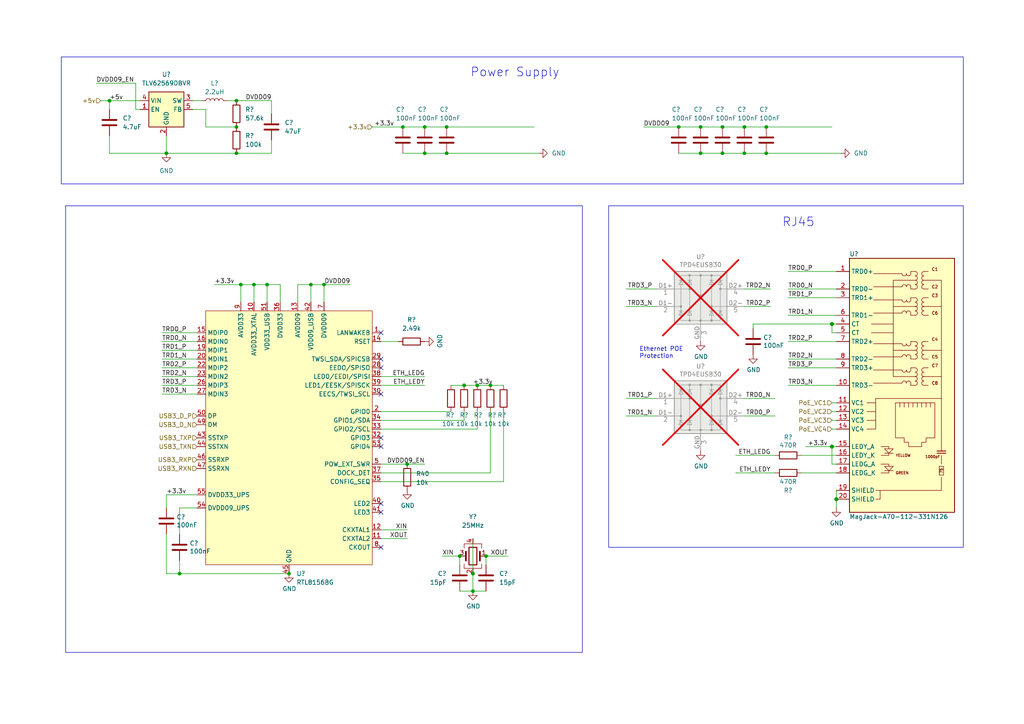
<source format=kicad_sch>
(kicad_sch (version 20250114) (generator "eeschema") (generator_version "9.0")
  (paper "A4")
  (title_block (title "Router Pi - 2.5GB Ethernet"))
  (lib_symbols
    (symbol "CM5IO:MagJack-A70-112-331N126"
      (property "Reference" "U" (at 0 0 0))
      (property "Value" "MagJack-A70-112-331N126" (at 0 0 0))
      (symbol "MagJack-A70-112-331N126_1_1"
        (text "YELLOW" (at -4.445 17.78 0) (effects (font (size 0.762 0.762)) (justify left)))
        (text "GREEN" (at -4.445 12.7 0) (effects (font (size 0.762 0.762)) (justify left)))
        (text "1000pF" (at 6.35 17.399 0) (effects (font (size 0.762 0.762))))
        (text "C1" (at 6.985 71.755 0) (effects (font (size 0.889 0.889))))
        (text "C2" (at 6.985 66.675 0) (effects (font (size 0.889 0.889))))
        (text "C3" (at 6.985 64.135 0) (effects (font (size 0.889 0.889))))
        (text "C6" (at 6.985 59.055 0) (effects (font (size 0.889 0.889))))
        (text "C4" (at 6.985 51.435 0) (effects (font (size 0.889 0.889))))
        (text "C5" (at 6.985 46.355 0) (effects (font (size 0.889 0.889))))
        (text "C7" (at 6.985 43.815 0) (effects (font (size 0.889 0.889))))
        (text "C8" (at 6.985 38.735 0) (effects (font (size 0.889 0.889))))
        (text "75" (at 8.89 13.335 900) (effects (font (size 0.762 0.762))))
        (pin passive line (at -21.59 71.12 0) (length 3.81) (name "TRD0+") (number "1"))
        (pin passive line (at -21.59 66.04 0) (length 3.81) (name "TRD0-") (number "2"))
        (pin passive line (at -21.59 63.5 0) (length 3.81) (name "TRD1+") (number "3"))
        (pin passive line (at -21.59 58.42 0) (length 3.81) (name "TRD1-") (number "6"))
        (pin passive line (at -21.59 55.88 0) (length 3.81) (name "CT") (number "4"))
        (pin passive line (at -21.59 53.34 0) (length 3.81) (name "CT") (number "5"))
        (pin passive line (at -21.59 50.8 0) (length 3.81) (name "TRD2+") (number "7"))
        (pin passive line (at -21.59 45.72 0) (length 3.81) (name "TRD2-") (number "8"))
        (pin passive line (at -21.59 43.18 0) (length 3.81) (name "TRD3+") (number "9"))
        (pin passive line (at -21.59 38.1 0) (length 3.81) (name "TRD3-") (number "10"))
        (pin passive line (at -21.59 33.02 0) (length 3.81) (name "VC1") (number "11"))
        (pin passive line (at -21.59 30.48 0) (length 3.81) (name "VC2") (number "12"))
        (pin passive line (at -21.59 27.94 0) (length 3.81) (name "VC3") (number "13"))
        (pin passive line (at -21.59 25.4 0) (length 3.81) (name "VC4") (number "14"))
        (pin passive line (at -21.59 20.32 0) (length 3.81) (name "LEDY_A") (number "15"))
        (pin passive line (at -21.59 17.78 0) (length 3.81) (name "LEDY_K") (number "16"))
        (pin passive line (at -21.59 15.24 0) (length 3.81) (name "LEDG_A") (number "17"))
        (pin passive line (at -21.59 12.7 0) (length 3.81) (name "LEDG_K") (number "18"))
        (pin passive line (at -21.59 7.62 0) (length 3.81) (name "SHIELD") (number "19"))
        (pin passive line (at -21.59 5.08 0) (length 3.81) (name "SHIELD") (number "20"))
      )
    )
    (symbol "CM5IO:TPD4EUSB30" (pin_names (offset 0))
      (property "Reference" "U" (at -0.635 8.89 0))
      (property "Value" "TPD4EUSB30" (at 8.89 -10.16 0))
      (symbol "TPD4EUSB30_1_1"
        (pin passive line (at -12.7 2.54 0) (length 5.08) (name "D1+") (number "1"))
        (pin passive line (at -12.7 2.54 0) (length 5.08) (hide yes) (name "~") (number "10"))
        (pin passive line (at -12.7 -2.54 0) (length 5.08) (name "D1-") (number "2"))
        (pin passive line (at -12.7 -2.54 0) (length 5.08) (hide yes) (name "~") (number "9"))
        (pin power_in line (at 0 -12.7 90) (length 5.08) (name "GND") (number "3"))
        (pin passive line (at 0 -12.7 90) (length 5.08) (hide yes) (name "GND") (number "8"))
        (pin passive line (at 12.7 2.54 180) (length 5.08) (name "D2+") (number "4"))
        (pin passive line (at 12.7 2.54 180) (length 5.08) (hide yes) (name "~") (number "7"))
        (pin passive line (at 12.7 -2.54 180) (length 5.08) (name "D2-") (number "5"))
        (pin passive line (at 12.7 -2.54 180) (length 5.08) (hide yes) (name "~") (number "6"))
      )
    )
    (symbol "Device:C" (pin_numbers (hide yes)) (pin_names (offset 0.254))
      (property "Reference" "C" (at 0.635 2.54 0))
      (property "Value" "C" (at 0.635 -2.54 0))
      (symbol "C_1_1"
        (pin passive line (at 0 3.81 270) (length 2.794) (name "~") (number "1"))
        (pin passive line (at 0 -3.81 90) (length 2.794) (name "~") (number "2"))
      )
    )
    (symbol "Device:Crystal_GND24" (pin_names (offset 1.016) (hide yes))
      (property "Reference" "Y" (at 3.175 5.08 0))
      (property "Value" "Crystal_GND24" (at 3.175 3.175 0))
      (symbol "Crystal_GND24_1_1"
        (pin passive line (at -3.81 0 0) (length 1.27) (name "1") (number "1"))
        (pin passive line (at 0 5.08 270) (length 1.27) (name "2") (number "2"))
        (pin passive line (at 0 -5.08 90) (length 1.27) (name "4") (number "4"))
        (pin passive line (at 3.81 0 180) (length 1.27) (name "3") (number "3"))
      )
    )
    (symbol "Device:L" (pin_numbers (hide yes)) (pin_names (offset 1.016) (hide yes))
      (property "Reference" "L" (at -1.27 0 90))
      (property "Value" "L" (at 1.905 0 90))
      (symbol "L_1_1"
        (pin passive line (at 0 3.81 270) (length 1.27) (name "1") (number "1"))
        (pin passive line (at 0 -3.81 90) (length 1.27) (name "2") (number "2"))
      )
    )
    (symbol "Device:R" (pin_numbers (hide yes)) (pin_names (offset 0))
      (property "Reference" "R" (at 2.032 0 90))
      (property "Value" "R" (at 0 0 90))
      (symbol "R_1_1"
        (pin passive line (at 0 3.81 270) (length 1.27) (name "~") (number "1"))
        (pin passive line (at 0 -3.81 90) (length 1.27) (name "~") (number "2"))
      )
    )
    (symbol "ROUTER-PI:RTL8156B"
      (property "Reference" "U" (at 0 0 0))
      (property "Value" "RTL8156BG" (at 0 0 0))
      (symbol "RTL8156B_1_1"
        (pin bidirectional line (at -26.67 30.48 0) (length 2.54) (name "MDIP0") (number "15"))
        (pin bidirectional line (at -26.67 27.94 0) (length 2.54) (name "MDIN0") (number "16"))
        (pin bidirectional line (at -26.67 25.4 0) (length 2.54) (name "MDIP1") (number "19"))
        (pin bidirectional line (at -26.67 22.86 0) (length 2.54) (name "MDIN1") (number "20"))
        (pin bidirectional line (at -26.67 20.32 0) (length 2.54) (name "MDIP2") (number "22"))
        (pin bidirectional line (at -26.67 17.78 0) (length 2.54) (name "MDIN2") (number "23"))
        (pin bidirectional line (at -26.67 15.24 0) (length 2.54) (name "MDIP3") (number "26"))
        (pin bidirectional line (at -26.67 12.7 0) (length 2.54) (name "MDIN3") (number "27"))
        (pin bidirectional line (at -26.67 6.35 0) (length 2.54) (name "DP") (number "50"))
        (pin bidirectional line (at -26.67 3.81 0) (length 2.54) (name "DM") (number "49"))
        (pin output line (at -26.67 0 0) (length 2.54) (name "SSTXP") (number "43"))
        (pin output line (at -26.67 -2.54 0) (length 2.54) (name "SSTXN") (number "44"))
        (pin output line (at -26.67 -6.35 0) (length 2.54) (name "SSRXP") (number "46"))
        (pin output line (at -26.67 -8.89 0) (length 2.54) (name "SSRXN") (number "47"))
        (pin input line (at -26.67 -16.51 0) (length 2.54) (name "DVDD33_UPS") (number "55"))
        (pin output line (at -26.67 -20.32 0) (length 2.54) (name "DVDD09_UPS") (number "54"))
        (pin no_connect line (at -26.67 -26.67 0) (length 2.54) (hide yes) (name "NC") (number "3"))
        (pin no_connect line (at -26.67 -26.67 0) (length 2.54) (hide yes) (name "NC") (number "4"))
        (pin no_connect line (at -26.67 -26.67 0) (length 2.54) (hide yes) (name "NC") (number "6"))
        (pin input line (at -13.97 39.37 270) (length 2.54) (hide yes) (name "AVDD33") (number "17"))
        (pin input line (at -13.97 39.37 270) (length 2.54) (hide yes) (name "AVDD33") (number "21"))
        (pin input line (at -13.97 39.37 270) (length 2.54) (hide yes) (name "AVDD33") (number "25"))
        (pin input line (at -13.97 39.37 270) (length 2.54) (name "AVDD33") (number "9"))
        (pin input line (at -10.16 39.37 270) (length 2.54) (name "AVDD33_XTAL") (number "10"))
        (pin input line (at -6.35 39.37 270) (length 2.54) (name "VDD33_USB") (number "51"))
        (pin input line (at -2.54 39.37 270) (length 2.54) (name "DVDD33") (number "36"))
        (pin input line (at 0 -39.37 90) (length 2.54) (name "GND") (number "45"))
        (pin input line (at 0 -39.37 90) (length 2.54) (hide yes) (name "GND") (number "48"))
        (pin input line (at 0 -39.37 90) (length 2.54) (hide yes) (name "GND") (number "57"))
        (pin input line (at 2.54 39.37 270) (length 2.54) (name "AVDD09") (number "13"))
        (pin input line (at 2.54 39.37 270) (length 2.54) (hide yes) (name "AVDD09") (number "18"))
        (pin input line (at 2.54 39.37 270) (length 2.54) (hide yes) (name "AVDD09") (number "24"))
        (pin input line (at 6.35 39.37 270) (length 2.54) (name "VDD09_USB") (number "42"))
        (pin input line (at 6.35 39.37 270) (length 2.54) (hide yes) (name "VDD09_USB") (number "52"))
        (pin input line (at 10.16 39.37 270) (length 2.54) (hide yes) (name "DVDD09") (number "31"))
        (pin input line (at 10.16 39.37 270) (length 2.54) (hide yes) (name "DVDD09") (number "56"))
        (pin input line (at 10.16 39.37 270) (length 2.54) (name "DVDD09") (number "7"))
        (pin open_collector line (at 26.67 30.48 180) (length 2.54) (name "LANWAKEB") (number "1"))
        (pin input line (at 26.67 27.94 180) (length 2.54) (name "RSET") (number "14"))
        (pin bidirectional line (at 26.67 22.86 180) (length 2.54) (name "TWSI_SDA/SPICSB") (number "29"))
        (pin bidirectional line (at 26.67 20.32 180) (length 2.54) (name "EEDO/SPISO") (number "28"))
        (pin bidirectional line (at 26.67 17.78 180) (length 2.54) (name "LED0/EEDI/SPISI") (number "38"))
        (pin bidirectional line (at 26.67 15.24 180) (length 2.54) (name "LED1/EESK/SPISCK") (number "39"))
        (pin bidirectional line (at 26.67 12.7 180) (length 2.54) (name "EECS/TWSI_SCL") (number "30"))
        (pin bidirectional line (at 26.67 7.62 180) (length 2.54) (name "GPIO0") (number "2"))
        (pin bidirectional line (at 26.67 5.08 180) (length 2.54) (name "GPIO1/SDA") (number "34"))
        (pin bidirectional line (at 26.67 2.54 180) (length 2.54) (name "GPIO2/SCL") (number "33"))
        (pin bidirectional line (at 26.67 0 180) (length 2.54) (name "GPIO3") (number "32"))
        (pin bidirectional line (at 26.67 -2.54 180) (length 2.54) (name "GPIO4") (number "53"))
        (pin output line (at 26.67 -7.62 180) (length 2.54) (name "POW_EXT_SWR") (number "5"))
        (pin input line (at 26.67 -10.16 180) (length 2.54) (name "DOCK_DET") (number "37"))
        (pin input line (at 26.67 -12.7 180) (length 2.54) (name "CONFIG_SEQ") (number "35"))
        (pin output line (at 26.67 -19.05 180) (length 2.54) (name "LED2") (number "40"))
        (pin output line (at 26.67 -21.59 180) (length 2.54) (name "LED3") (number "41"))
        (pin input line (at 26.67 -26.67 180) (length 2.54) (name "CKXTAL1") (number "12"))
        (pin input line (at 26.67 -29.21 180) (length 2.54) (name "CKXTAL2") (number "11"))
        (pin output line (at 26.67 -31.75 180) (length 2.54) (name "CKOUT") (number "8"))
      )
    )
    (symbol "Regulator_Switching:TLV62569DBV"
      (property "Reference" "U" (at -5.08 6.35 0))
      (property "Value" "TLV62569DBV" (at 0 6.35 0))
      (symbol "TLV62569DBV_1_1"
        (pin power_in line (at -7.62 2.54 0) (length 2.54) (name "VIN") (number "4"))
        (pin input line (at -7.62 0 0) (length 2.54) (name "EN") (number "1"))
        (pin power_in line (at 0 -7.62 90) (length 2.54) (name "GND") (number "2"))
        (pin power_out line (at 7.62 2.54 180) (length 2.54) (name "SW") (number "3"))
        (pin input line (at 7.62 0 180) (length 2.54) (name "FB") (number "5"))
      )
    )
    (symbol "power:GND" (power) (pin_numbers (hide yes)) (pin_names (offset 0) (hide yes))
      (property "Value" "GND" (at 0 -3.81 0))
      (symbol "GND_1_1"
        (pin power_in line (at 0 0 270) (length 0) (name "~") (number "1"))
      )
    )
  )
  (rectangle (start 17.78 16.51) (end 279.4 53.34))
  (rectangle (start 19.05 59.69) (end 168.91 189.23))
  (rectangle (start 176.53 59.69) (end 279.4 158.75))
  (text "Power Supply" (at 149.352 21.082 0) (effects (font (size 2.54 2.54))))
  (text "Ethernet POE\nProtection" (at 185.42 104.14 0) (effects (font (size 1.27 1.27)) (justify left bottom)))
  (text "RJ45" (at 226.822 66.04 0) (effects (font (size 2.54 2.54)) (justify left bottom)))
  (junction (at 118.11 134.62))
  (junction (at 123.19 44.45))
  (junction (at 142.24 111.76))
  (junction (at 83.82 166.37))
  (junction (at 116.84 36.83))
  (junction (at 138.43 111.76))
  (junction (at 222.25 44.45))
  (junction (at 73.66 82.55))
  (junction (at 129.54 36.83))
  (junction (at 134.62 111.76))
  (junction (at 196.85 36.83))
  (junction (at 222.25 36.83))
  (junction (at 77.47 82.55))
  (junction (at 93.98 82.55))
  (junction (at 68.58 44.45))
  (junction (at 140.97 161.29))
  (junction (at 31.75 29.21))
  (junction (at 137.16 166.37))
  (junction (at 52.07 166.37))
  (junction (at 68.58 36.83))
  (junction (at 242.57 144.78) (diameter 1.016))
  (junction (at 137.16 171.45))
  (junction (at 241.3 93.98) (diameter 1.016))
  (junction (at 133.35 161.29))
  (junction (at 68.58 29.21))
  (junction (at 90.17 82.55))
  (junction (at 123.19 36.83))
  (junction (at 48.26 44.45))
  (junction (at 209.55 36.83))
  (junction (at 69.85 82.55))
  (junction (at 203.2 36.83))
  (junction (at 241.3 129.54) (diameter 1.016))
  (junction (at 203.2 44.45))
  (junction (at 129.54 44.45))
  (junction (at 209.55 44.45))
  (junction (at 215.9 44.45))
  (junction (at 215.9 36.83))
  (no_connect (at 110.49 129.54))
  (no_connect (at 110.49 104.14))
  (no_connect (at 110.49 127))
  (no_connect (at 110.49 148.59))
  (no_connect (at 110.49 114.3))
  (no_connect (at 110.49 146.05))
  (no_connect (at 110.49 158.75))
  (no_connect (at 110.49 106.68))
  (no_connect (at 110.49 96.52))
  (wire (pts (xy 52.07 154.94) (xy 52.07 147.32)))
  (wire (pts (xy 215.9 120.65) (xy 224.79 120.65)))
  (wire (pts (xy 203.2 44.45) (xy 209.55 44.45)))
  (wire (pts (xy 52.07 162.56) (xy 52.07 166.37)))
  (wire (pts (xy 78.74 44.45) (xy 68.58 44.45)))
  (wire (pts (xy 137.16 166.37) (xy 137.16 171.45)))
  (wire (pts (xy 31.75 29.21) (xy 40.64 29.21)))
  (wire (pts (xy 57.15 143.51) (xy 48.26 143.51)))
  (wire (pts (xy 110.49 109.22) (xy 123.19 109.22)))
  (wire (pts (xy 134.62 121.92) (xy 110.49 121.92)))
  (wire (pts (xy 228.6 106.68) (xy 242.57 106.68)))
  (wire (pts (xy 146.05 119.38) (xy 146.05 139.7)))
  (wire (pts (xy 118.11 156.21) (xy 110.49 156.21)))
  (wire (pts (xy 146.05 139.7) (xy 110.49 139.7)))
  (wire (pts (xy 129.54 36.83) (xy 154.94 36.83)))
  (wire (pts (xy 46.99 109.22) (xy 57.15 109.22)))
  (wire (pts (xy 31.75 44.45) (xy 48.26 44.45)))
  (wire (pts (xy 93.98 82.55) (xy 101.6 82.55)))
  (wire (pts (xy 48.26 44.45) (xy 48.26 39.37)))
  (wire (pts (xy 242.57 134.62) (xy 241.3 134.62)))
  (wire (pts (xy 242.57 144.78) (xy 242.57 147.32)))
  (wire (pts (xy 81.28 87.63) (xy 81.28 82.55)))
  (wire (pts (xy 77.47 82.55) (xy 81.28 82.55)))
  (wire (pts (xy 215.9 83.82) (xy 223.52 83.82)))
  (wire (pts (xy 86.36 87.63) (xy 86.36 82.55)))
  (wire (pts (xy 242.57 93.98) (xy 241.3 93.98)))
  (wire (pts (xy 196.85 36.83) (xy 203.2 36.83)))
  (wire (pts (xy 73.66 82.55) (xy 73.66 87.63)))
  (wire (pts (xy 46.99 101.6) (xy 57.15 101.6)))
  (wire (pts (xy 90.17 82.55) (xy 93.98 82.55)))
  (wire (pts (xy 190.5 120.65) (xy 181.61 120.65)))
  (wire (pts (xy 209.55 44.45) (xy 215.9 44.45)))
  (wire (pts (xy 241.3 116.84) (xy 242.57 116.84)))
  (wire (pts (xy 133.35 161.29) (xy 133.35 163.83)))
  (wire (pts (xy 69.85 82.55) (xy 69.85 87.63)))
  (wire (pts (xy 27.94 24.13) (xy 39.37 24.13)))
  (wire (pts (xy 138.43 124.46) (xy 110.49 124.46)))
  (wire (pts (xy 116.84 44.45) (xy 123.19 44.45)))
  (wire (pts (xy 215.9 88.9) (xy 223.52 88.9)))
  (wire (pts (xy 213.36 132.08) (xy 224.79 132.08)))
  (wire (pts (xy 29.21 29.21) (xy 31.75 29.21)))
  (wire (pts (xy 228.6 78.74) (xy 242.57 78.74)))
  (wire (pts (xy 46.99 106.68) (xy 57.15 106.68)))
  (wire (pts (xy 228.6 86.36) (xy 242.57 86.36)))
  (wire (pts (xy 48.26 166.37) (xy 52.07 166.37)))
  (wire (pts (xy 241.3 129.54) (xy 242.57 129.54)))
  (wire (pts (xy 110.49 119.38) (xy 130.81 119.38)))
  (wire (pts (xy 137.16 156.21) (xy 137.16 166.37)))
  (wire (pts (xy 209.55 36.83) (xy 215.9 36.83)))
  (wire (pts (xy 77.47 82.55) (xy 77.47 87.63)))
  (wire (pts (xy 46.99 111.76) (xy 57.15 111.76)))
  (wire (pts (xy 68.58 29.21) (xy 66.04 29.21)))
  (wire (pts (xy 232.41 137.16) (xy 242.57 137.16)))
  (wire (pts (xy 58.42 29.21) (xy 55.88 29.21)))
  (wire (pts (xy 241.3 134.62) (xy 241.3 129.54)))
  (wire (pts (xy 52.07 147.32) (xy 57.15 147.32)))
  (wire (pts (xy 52.07 166.37) (xy 83.82 166.37)))
  (wire (pts (xy 78.74 33.02) (xy 78.74 29.21)))
  (wire (pts (xy 140.97 161.29) (xy 140.97 163.83)))
  (wire (pts (xy 107.95 36.83) (xy 116.84 36.83)))
  (wire (pts (xy 39.37 31.75) (xy 40.64 31.75)))
  (wire (pts (xy 46.99 96.52) (xy 57.15 96.52)))
  (wire (pts (xy 215.9 44.45) (xy 222.25 44.45)))
  (wire (pts (xy 138.43 119.38) (xy 138.43 124.46)))
  (wire (pts (xy 59.69 31.75) (xy 59.69 36.83)))
  (wire (pts (xy 48.26 154.94) (xy 48.26 166.37)))
  (wire (pts (xy 181.61 83.82) (xy 190.5 83.82)))
  (wire (pts (xy 228.6 83.82) (xy 242.57 83.82)))
  (wire (pts (xy 142.24 119.38) (xy 142.24 137.16)))
  (wire (pts (xy 215.9 36.83) (xy 222.25 36.83)))
  (wire (pts (xy 228.6 111.76) (xy 242.57 111.76)))
  (wire (pts (xy 116.84 36.83) (xy 123.19 36.83)))
  (wire (pts (xy 241.3 96.52) (xy 241.3 93.98)))
  (wire (pts (xy 93.98 82.55) (xy 93.98 87.63)))
  (wire (pts (xy 48.26 143.51) (xy 48.26 147.32)))
  (wire (pts (xy 46.99 99.06) (xy 57.15 99.06)))
  (wire (pts (xy 123.19 36.83) (xy 129.54 36.83)))
  (wire (pts (xy 78.74 40.64) (xy 78.74 44.45)))
  (wire (pts (xy 130.81 111.76) (xy 134.62 111.76)))
  (wire (pts (xy 142.24 111.76) (xy 146.05 111.76)))
  (wire (pts (xy 118.11 134.62) (xy 110.49 134.62)))
  (wire (pts (xy 46.99 114.3) (xy 57.15 114.3)))
  (wire (pts (xy 228.6 99.06) (xy 242.57 99.06)))
  (wire (pts (xy 181.61 115.57) (xy 190.5 115.57)))
  (wire (pts (xy 62.23 82.55) (xy 69.85 82.55)))
  (wire (pts (xy 123.19 134.62) (xy 118.11 134.62)))
  (wire (pts (xy 86.36 82.55) (xy 90.17 82.55)))
  (wire (pts (xy 218.44 93.98) (xy 241.3 93.98)))
  (wire (pts (xy 228.6 91.44) (xy 242.57 91.44)))
  (wire (pts (xy 138.43 111.76) (xy 142.24 111.76)))
  (wire (pts (xy 196.85 36.83) (xy 186.69 36.83)))
  (wire (pts (xy 133.35 171.45) (xy 137.16 171.45)))
  (wire (pts (xy 215.9 115.57) (xy 224.79 115.57)))
  (wire (pts (xy 196.85 44.45) (xy 203.2 44.45)))
  (wire (pts (xy 241.3 119.38) (xy 242.57 119.38)))
  (wire (pts (xy 31.75 39.37) (xy 31.75 44.45)))
  (wire (pts (xy 222.25 44.45) (xy 243.84 44.45)))
  (wire (pts (xy 110.49 111.76) (xy 123.19 111.76)))
  (wire (pts (xy 73.66 82.55) (xy 77.47 82.55)))
  (wire (pts (xy 228.6 104.14) (xy 242.57 104.14)))
  (wire (pts (xy 78.74 29.21) (xy 68.58 29.21)))
  (wire (pts (xy 232.41 132.08) (xy 242.57 132.08)))
  (wire (pts (xy 137.16 171.45) (xy 140.97 171.45)))
  (wire (pts (xy 203.2 36.83) (xy 209.55 36.83)))
  (wire (pts (xy 48.26 44.45) (xy 68.58 44.45)))
  (wire (pts (xy 90.17 82.55) (xy 90.17 87.63)))
  (wire (pts (xy 233.68 129.54) (xy 241.3 129.54)))
  (wire (pts (xy 140.97 161.29) (xy 147.32 161.29)))
  (wire (pts (xy 181.61 88.9) (xy 190.5 88.9)))
  (wire (pts (xy 241.3 124.46) (xy 242.57 124.46)))
  (wire (pts (xy 69.85 82.55) (xy 73.66 82.55)))
  (wire (pts (xy 128.27 161.29) (xy 133.35 161.29)))
  (wire (pts (xy 218.44 95.25) (xy 218.44 93.98)))
  (wire (pts (xy 123.19 44.45) (xy 129.54 44.45)))
  (wire (pts (xy 213.36 137.16) (xy 224.79 137.16)))
  (wire (pts (xy 134.62 119.38) (xy 134.62 121.92)))
  (wire (pts (xy 110.49 99.06) (xy 115.57 99.06)))
  (wire (pts (xy 59.69 36.83) (xy 68.58 36.83)))
  (wire (pts (xy 241.3 121.92) (xy 242.57 121.92)))
  (wire (pts (xy 142.24 137.16) (xy 110.49 137.16)))
  (wire (pts (xy 242.57 96.52) (xy 241.3 96.52)))
  (wire (pts (xy 222.25 36.83) (xy 241.3 36.83)))
  (wire (pts (xy 39.37 24.13) (xy 39.37 31.75)))
  (wire (pts (xy 118.11 153.67) (xy 110.49 153.67)))
  (wire (pts (xy 31.75 31.75) (xy 31.75 29.21)))
  (wire (pts (xy 46.99 104.14) (xy 57.15 104.14)))
  (wire (pts (xy 134.62 111.76) (xy 138.43 111.76)))
  (wire (pts (xy 55.88 31.75) (xy 59.69 31.75)))
  (wire (pts (xy 129.54 44.45) (xy 156.21 44.45)))
  (wire (pts (xy 242.57 142.24) (xy 242.57 144.78)))
  (label "+5v" (at 31.75 29.21 0))
  (label "+3.3v" (at 62.23 82.55 0))
  (label "+3.3v" (at 48.26 143.51 0))
  (label "TRD2_P" (at 46.99 106.68 0))
  (label "XIN" (at 118.11 153.67 180))
  (label "XOUT" (at 118.11 156.21 180))
  (label "TRD1_P" (at 228.6 86.36 0))
  (label "TRD3_N" (at 228.6 111.76 0))
  (label "TRD3_N" (at 46.99 114.3 0))
  (label "+3.3v" (at 240.03 129.54 180))
  (label "+3.3v" (at 114.3 36.83 180))
  (label "TRD0_N" (at 46.99 99.06 0))
  (label "ETH_LEDY" (at 223.52 137.16 180))
  (label "TRD2_P" (at 223.52 88.9 180))
  (label "DVDD09_EN" (at 123.19 134.62 180))
  (label "TRD3_P" (at 46.99 111.76 0))
  (label "TRD2_P" (at 228.6 99.06 0))
  (label "TRD0_N" (at 228.6 83.82 0))
  (label "TRD3_P" (at 228.6 106.68 0))
  (label "TRD2_N" (at 228.6 104.14 0))
  (label "ETH_LEDG" (at 123.19 109.22 180))
  (label "ETH_LEDG" (at 223.52 132.08 180))
  (label "TRD0_N" (at 223.52 115.57 180))
  (label "XIN" (at 128.27 161.29 0))
  (label "DVDD09" (at 186.69 36.83 0))
  (label "TRD1_N" (at 46.99 104.14 0))
  (label "TRD0_P" (at 223.52 120.65 180))
  (label "TRD1_P" (at 189.23 115.57 180))
  (label "TRD1_P" (at 46.99 101.6 0))
  (label "TRD0_P" (at 228.6 78.74 0))
  (label "DVDD09_EN" (at 27.94 24.13 0))
  (label "TRD3_P" (at 189.23 83.82 180))
  (label "TRD3_N" (at 189.23 88.9 180))
  (label "+3.3v" (at 137.16 111.76 0))
  (label "TRD1_N" (at 189.23 120.65 180))
  (label "TRD1_N" (at 228.6 91.44 0))
  (label "XOUT" (at 147.32 161.29 180))
  (label "TRD0_P" (at 46.99 96.52 0))
  (label "TRD2_N" (at 223.52 83.82 180))
  (label "TRD2_N" (at 46.99 109.22 0))
  (label "DVDD09" (at 101.6 82.55 180))
  (label "DVDD09" (at 78.74 29.21 180))
  (label "ETH_LEDY" (at 123.19 111.76 180))
  (hierarchical_label "USB3_TXN" (shape input) (at 57.15 129.54 180))
  (hierarchical_label "USB3_D_P" (shape input) (at 57.15 120.65 180))
  (hierarchical_label "+5v" (shape input) (at 29.21 29.21 180))
  (hierarchical_label "USB3_RXP" (shape input) (at 57.15 133.35 180))
  (hierarchical_label "USB3_RXN" (shape input) (at 57.15 135.89 180))
  (hierarchical_label "PoE_VC3" (shape input) (at 241.3 121.92 180))
  (hierarchical_label "PoE_VC4" (shape input) (at 241.3 124.46 180))
  (hierarchical_label "USB3_D_N" (shape input) (at 57.15 123.19 180))
  (hierarchical_label "PoE_VC1" (shape input) (at 241.3 116.84 180))
  (hierarchical_label "USB3_TXP" (shape input) (at 57.15 127 180))
  (hierarchical_label "+3.3v" (shape input) (at 107.95 36.83 180))
  (hierarchical_label "PoE_VC2" (shape input) (at 241.3 119.38 180))
  (symbol (lib_id "Device:R") (at 119.38 99.06 90) (unit 1)
    (property "Reference" "R41" (at 119.38 92.71 90))
    (property "Value" "2.49k" (at 119.38 95.25 90))
    (property "Footprint" "Resistor_SMD:R_0603_1608Metric_Pad0.98x0.95mm_HandSolder" (effects (hide yes)))
    (property "Description" "Resistor" (effects (hide yes)))
    (instances (project "" (path "" (reference "R?") (unit 1)) (path "" (reference "R41") (unit 1))))
  )
  (symbol (lib_id "power:GND") (at 48.26 44.45 0) (unit 1)
    (property "Reference" "#PWR043" (effects (hide yes)))
    (property "Value" "GND" (at 48.26 49.53 0))
    (property "Description" "Power symbol creates a global label with name \"GND\" , ground" (effects (hide yes)))
    (instances (project "" (path "" (reference "#PWR?") (unit 1)) (path "" (reference "#PWR043") (unit 1))))
  )
  (symbol (lib_id "CM5IO:TPD4EUSB30") (at 203.2 86.36 0) (unit 1) (exclude_from_sim yes) (in_bom no) (on_board no) (dnp yes)
    (property "Reference" "U17" (at 203.2 74.4982 0))
    (property "Value" "TPD4EUSB30" (at 203.2 76.8096 0))
    (property "Footprint" "Package_SON:USON-10_2.5x1.0mm_P0.5mm" (effects (hide yes)))
    (property "Datasheet" "http://www.ti.com/lit/ds/symlink/tpd2eusb30a.pdf" (effects (hide yes)))
    (property "Field4" "Farnell" (effects (hide yes)))
    (property "Field5" "2335455" (effects (hide yes)))
    (property "Field6" "CDDFN10-3324P-13" (effects (hide yes)))
    (property "Field7" "Bourns" (effects (hide yes)))
    (property "Field8" "UDIO00346" (effects (hide yes)))
    (property "Part Description" "Quad TVS diode for high speed signals (USB3, GigE etc.)" (effects (hide yes)))
    (instances (project "CM5IO" (path "" (reference "U?") (unit 1)) (path "" (reference "U17") (unit 1))))
  )
  (symbol (lib_id "Device:C") (at 203.2 40.64 0) (unit 1)
    (property "Reference" "C40" (at 201.168 31.75 0) (effects (justify left)))
    (property "Value" "100nF" (at 201.168 34.29 0) (effects (justify left)))
    (property "Footprint" "Capacitor_SMD:C_0603_1608Metric_Pad1.08x0.95mm_HandSolder" (effects (hide yes)))
    (property "Description" "Unpolarized capacitor" (effects (hide yes)))
    (instances (project "CM5IO" (path "" (reference "C?") (unit 1)) (path "" (reference "C40") (unit 1))))
  )
  (symbol (lib_id "Device:R") (at 134.62 115.57 0) (mirror y) (unit 1)
    (property "Reference" "R43" (at 135.89 120.396 0) (effects (justify left)))
    (property "Value" "10k" (at 135.89 122.936 0) (effects (justify left)))
    (property "Footprint" "Resistor_SMD:R_0603_1608Metric_Pad0.98x0.95mm_HandSolder" (effects (hide yes)))
    (property "Description" "Resistor" (effects (hide yes)))
    (instances (project "CM5IO" (path "" (reference "R?") (unit 1)) (path "" (reference "R43") (unit 1))))
  )
  (symbol (lib_id "Device:C") (at 78.74 36.83 0) (unit 1)
    (property "Reference" "C33" (at 82.55 35.5599 0) (effects (justify left)))
    (property "Value" "47uF" (at 82.55 38.0999 0) (effects (justify left)))
    (property "Footprint" "Capacitor_SMD:C_0805_2012Metric" (effects (hide yes)))
    (property "Description" "Unpolarized capacitor" (effects (hide yes)))
    (instances (project "" (path "" (reference "C?") (unit 1)) (path "" (reference "C33") (unit 1))))
  )
  (symbol (lib_id "Device:R") (at 146.05 115.57 0) (unit 1)
    (property "Reference" "R46" (at 144.272 120.396 0) (effects (justify left)))
    (property "Value" "10k" (at 144.272 122.936 0) (effects (justify left)))
    (property "Footprint" "Resistor_SMD:R_0603_1608Metric_Pad0.98x0.95mm_HandSolder" (effects (hide yes)))
    (property "Description" "Resistor" (effects (hide yes)))
    (instances (project "CM5IO" (path "" (reference "R?") (unit 1)) (path "" (reference "R46") (unit 1))))
  )
  (symbol (lib_id "Device:C") (at 116.84 40.64 0) (unit 1)
    (property "Reference" "C34" (at 114.808 31.75 0) (effects (justify left)))
    (property "Value" "100nF" (at 114.808 34.29 0) (effects (justify left)))
    (property "Footprint" "Capacitor_SMD:C_0603_1608Metric_Pad1.08x0.95mm_HandSolder" (effects (hide yes)))
    (property "Description" "Unpolarized capacitor" (effects (hide yes)))
    (instances (project "CM5IO" (path "" (reference "C?") (unit 1)) (path "" (reference "C34") (unit 1))))
  )
  (symbol (lib_id "power:GND") (at 218.44 102.87 0) (unit 1)
    (property "Reference" "#PWR051" (effects (hide yes)))
    (property "Value" "GND" (at 218.567 107.2642 0))
    (property "Description" "Power symbol creates a global label with name \"GND\" , ground" (effects (hide yes)))
    (instances (project "CM5IO" (path "" (reference "#PWR?") (unit 1)) (path "" (reference "#PWR051") (unit 1))))
  )
  (symbol (lib_id "Device:C") (at 123.19 40.64 0) (unit 1)
    (property "Reference" "C35" (at 121.158 31.75 0) (effects (justify left)))
    (property "Value" "100nF" (at 121.158 34.29 0) (effects (justify left)))
    (property "Footprint" "Capacitor_SMD:C_0603_1608Metric_Pad1.08x0.95mm_HandSolder" (effects (hide yes)))
    (property "Description" "Unpolarized capacitor" (effects (hide yes)))
    (instances (project "CM5IO" (path "" (reference "C?") (unit 1)) (path "" (reference "C35") (unit 1))))
  )
  (symbol (lib_id "power:GND") (at 203.2 130.81 0) (unit 1)
    (property "Reference" "#PWR050" (effects (hide yes)))
    (property "Value" "GND" (at 203.327 135.2042 0))
    (property "Description" "Power symbol creates a global label with name \"GND\" , ground" (effects (hide yes)))
    (instances (project "CM5IO" (path "" (reference "#PWR?") (unit 1)) (path "" (reference "#PWR050") (unit 1))))
  )
  (symbol (lib_id "Device:C") (at 133.35 167.64 0) (mirror y) (unit 1)
    (property "Reference" "C37" (at 129.54 166.3699 0) (effects (justify left)))
    (property "Value" "15pF" (at 129.54 168.9099 0) (effects (justify left)))
    (property "Footprint" "Capacitor_SMD:C_0603_1608Metric_Pad1.08x0.95mm_HandSolder" (effects (hide yes)))
    (property "Description" "Unpolarized capacitor" (effects (hide yes)))
    (instances (project "CM5IO" (path "" (reference "C?") (unit 1)) (path "" (reference "C37") (unit 1))))
  )
  (symbol (lib_id "CM5IO:MagJack-A70-112-331N126") (at 264.16 149.86 0) (unit 1)
    (property "Reference" "U19" (at 246.38 73.66 0) (effects (justify left)))
    (property "Value" "MagJack-A70-112-331N126" (at 246.38 149.86 0) (effects (justify left)))
    (property "Footprint" "CM5IO:TRJG0926HENL" (effects (hide yes)))
    (property "Datasheet" "https://p.globalsources.com/IMAGES/PDT/SPEC/690/K1160305690.pdf" (effects (hide yes)))
    (property "Field6" "TRJG0926HENL" (effects (hide yes)))
    (property "Field7" "Trxcon" (effects (hide yes)))
    (property "Field8" "UCON00900" (effects (hide yes)))
    (property "Part Description" "Gigabit Ethernet Magjack" (effects (hide yes)))
    (property "Field5" "TRJG0926HENL" (effects (hide yes)))
    (instances (project "CM5IO" (path "" (reference "U?") (unit 1)) (path "" (reference "U19") (unit 1))))
  )
  (symbol (lib_id "Device:Crystal_GND24") (at 137.16 161.29 180) (unit 1)
    (property "Reference" "Y2" (at 137.16 149.86 0))
    (property "Value" "25MHz" (at 137.16 152.4 0))
    (property "Footprint" "Crystal:Crystal_SMD_3225-4Pin_3.2x2.5mm" (effects (hide yes)))
    (property "Description" "Four pin crystal, GND on pins 2 and 4" (effects (hide yes)))
    (instances (project "" (path "" (reference "Y?") (unit 1)) (path "" (reference "Y2") (unit 1))))
  )
  (symbol (lib_id "Device:C") (at 31.75 35.56 0) (unit 1)
    (property "Reference" "C30" (at 35.56 34.2899 0) (effects (justify left)))
    (property "Value" "4.7uF" (at 35.56 36.8299 0) (effects (justify left)))
    (property "Footprint" "Capacitor_SMD:C_0805_2012Metric" (effects (hide yes)))
    (property "Description" "Unpolarized capacitor" (effects (hide yes)))
    (instances (project "" (path "" (reference "C?") (unit 1)) (path "" (reference "C30") (unit 1))))
  )
  (symbol (lib_id "Device:C") (at 196.85 40.64 0) (unit 1)
    (property "Reference" "C39" (at 194.818 31.75 0) (effects (justify left)))
    (property "Value" "100nF" (at 194.818 34.29 0) (effects (justify left)))
    (property "Footprint" "Capacitor_SMD:C_0603_1608Metric_Pad1.08x0.95mm_HandSolder" (effects (hide yes)))
    (property "Description" "Unpolarized capacitor" (effects (hide yes)))
    (instances (project "CM5IO" (path "" (reference "C?") (unit 1)) (path "" (reference "C39") (unit 1))))
  )
  (symbol (lib_id "Device:C") (at 218.44 99.06 0) (unit 1)
    (property "Reference" "C43" (at 221.361 97.8916 0) (effects (justify left)))
    (property "Value" "100nF" (at 221.361 100.203 0) (effects (justify left)))
    (property "Footprint" "Capacitor_SMD:C_0603_1608Metric_Pad1.08x0.95mm_HandSolder" (effects (hide yes)))
    (property "Datasheet" "https://search.murata.co.jp/Ceramy/image/img/A01X/G101/ENG/GRM155R71C104KA88-01.pdf" (effects (hide yes)))
    (property "Field4" "Farnell" (effects (hide yes)))
    (property "Field5" "2611911" (effects (hide yes)))
    (property "Field6" "RM EMK105 B7104KV-F" (effects (hide yes)))
    (property "Field7" "TAIYO YUDEN EUROPE GMBH" (effects (hide yes)))
    (property "Part Description" "	0.1uF 10% 16V Ceramic Capacitor X7R 0402 (1005 Metric)" (effects (hide yes)))
    (property "Field8" "110091611" (effects (hide yes)))
    (instances (project "CM5IO" (path "" (reference "C?") (unit 1)) (path "" (reference "C43") (unit 1))))
  )
  (symbol (lib_id "Device:C") (at 209.55 40.64 0) (unit 1)
    (property "Reference" "C41" (at 207.518 31.75 0) (effects (justify left)))
    (property "Value" "100nF" (at 207.518 34.29 0) (effects (justify left)))
    (property "Footprint" "Capacitor_SMD:C_0603_1608Metric_Pad1.08x0.95mm_HandSolder" (effects (hide yes)))
    (property "Description" "Unpolarized capacitor" (effects (hide yes)))
    (instances (project "CM5IO" (path "" (reference "C?") (unit 1)) (path "" (reference "C41") (unit 1))))
  )
  (symbol (lib_id "Device:C") (at 140.97 167.64 0) (unit 1)
    (property "Reference" "C38" (at 144.78 166.3699 0) (effects (justify left)))
    (property "Value" "15pF" (at 144.78 168.9099 0) (effects (justify left)))
    (property "Footprint" "Capacitor_SMD:C_0603_1608Metric_Pad1.08x0.95mm_HandSolder" (effects (hide yes)))
    (property "Description" "Unpolarized capacitor" (effects (hide yes)))
    (instances (project "" (path "" (reference "C?") (unit 1)) (path "" (reference "C38") (unit 1))))
  )
  (symbol (lib_id "Device:R") (at 68.58 33.02 0) (unit 1)
    (property "Reference" "R38" (at 71.12 31.7499 0) (effects (justify left)))
    (property "Value" "57.6k" (at 71.12 34.2899 0) (effects (justify left)))
    (property "Footprint" "Resistor_SMD:R_0603_1608Metric_Pad0.98x0.95mm_HandSolder" (effects (hide yes)))
    (property "Description" "Resistor" (effects (hide yes)))
    (instances (project "" (path "" (reference "R?") (unit 1)) (path "" (reference "R38") (unit 1))))
  )
  (symbol (lib_id "power:GND") (at 156.21 44.45 90) (unit 1)
    (property "Reference" "#PWR048" (effects (hide yes)))
    (property "Value" "GND" (at 160.02 44.4499 90) (effects (justify right)))
    (property "Description" "Power symbol creates a global label with name \"GND\" , ground" (effects (hide yes)))
    (instances (project "CM5IO" (path "" (reference "#PWR?") (unit 1)) (path "" (reference "#PWR048") (unit 1))))
  )
  (symbol (lib_id "Device:R") (at 142.24 115.57 0) (mirror y) (unit 1)
    (property "Reference" "R45" (at 144.018 120.396 0) (effects (justify left)))
    (property "Value" "10k" (at 144.018 122.936 0) (effects (justify left)))
    (property "Footprint" "Resistor_SMD:R_0603_1608Metric_Pad0.98x0.95mm_HandSolder" (effects (hide yes)))
    (property "Description" "Resistor" (effects (hide yes)))
    (instances (project "CM5IO" (path "" (reference "R?") (unit 1)) (path "" (reference "R45") (unit 1))))
  )
  (symbol (lib_id "power:GND") (at 118.11 142.24 0) (unit 1)
    (property "Reference" "#PWR045" (effects (hide yes)))
    (property "Value" "GND" (at 118.237 146.6342 0))
    (property "Description" "Power symbol creates a global label with name \"GND\" , ground" (effects (hide yes)))
  )
  (symbol (lib_id "power:GND") (at 203.2 99.06 0) (unit 1)
    (property "Reference" "#PWR049" (effects (hide yes)))
    (property "Value" "GND" (at 203.327 103.4542 0))
    (property "Description" "Power symbol creates a global label with name \"GND\" , ground" (effects (hide yes)))
    (instances (project "CM5IO" (path "" (reference "#PWR?") (unit 1)) (path "" (reference "#PWR049") (unit 1))))
  )
  (symbol (lib_id "Device:R") (at 138.43 115.57 0) (mirror y) (unit 1)
    (property "Reference" "R44" (at 139.954 120.396 0) (effects (justify left)))
    (property "Value" "10k" (at 139.954 122.936 0) (effects (justify left)))
    (property "Footprint" "Resistor_SMD:R_0603_1608Metric_Pad0.98x0.95mm_HandSolder" (effects (hide yes)))
    (property "Description" "Resistor" (effects (hide yes)))
    (instances (project "CM5IO" (path "" (reference "R?") (unit 1)) (path "" (reference "R44") (unit 1))))
  )
  (symbol (lib_id "Device:C") (at 52.07 158.75 0) (unit 1)
    (property "Reference" "C32" (at 54.991 157.5816 0) (effects (justify left)))
    (property "Value" "100nF" (at 54.991 159.893 0) (effects (justify left)))
    (property "Footprint" "Capacitor_SMD:C_0603_1608Metric_Pad1.08x0.95mm_HandSolder" (effects (hide yes)))
    (property "Datasheet" "https://search.murata.co.jp/Ceramy/image/img/A01X/G101/ENG/GRM155R71C104KA88-01.pdf" (effects (hide yes)))
    (property "Field4" "Farnell" (effects (hide yes)))
    (property "Field5" "2611911" (effects (hide yes)))
    (property "Field6" "RM EMK105 B7104KV-F" (effects (hide yes)))
    (property "Field7" "TAIYO YUDEN EUROPE GMBH" (effects (hide yes)))
    (property "Part Description" "	0.1uF 10% 16V Ceramic Capacitor X7R 0402 (1005 Metric)" (effects (hide yes)))
    (property "Field8" "110091611" (effects (hide yes)))
    (instances (project "CM5IO" (path "" (reference "C?") (unit 1)) (path "" (reference "C32") (unit 1))))
  )
  (symbol (lib_id "Device:L") (at 62.23 29.21 90) (unit 1)
    (property "Reference" "L3" (at 62.23 24.13 90))
    (property "Value" "2.2uH" (at 62.23 26.67 90))
    (property "Footprint" "CM5IO:L_Bourns_SRP5030CC" (effects (hide yes)))
    (property "Datasheet" "https://abracon.com/Magnetics/power/ASPI-0530HI.pdf" (effects (hide yes)))
    (property "Description" "Inductor" (effects (hide yes)))
    (instances (project "" (path "" (reference "L?") (unit 1)) (path "" (reference "L3") (unit 1))))
  )
  (symbol (lib_id "Device:R") (at 130.81 115.57 0) (mirror y) (unit 1)
    (property "Reference" "R42" (at 131.826 120.396 0) (effects (justify left)))
    (property "Value" "10k" (at 131.826 122.936 0) (effects (justify left)))
    (property "Footprint" "Resistor_SMD:R_0603_1608Metric_Pad0.98x0.95mm_HandSolder" (effects (hide yes)))
    (property "Description" "Resistor" (effects (hide yes)))
    (instances (project "CM5IO" (path "" (reference "R?") (unit 1)) (path "" (reference "R42") (unit 1))))
  )
  (symbol (lib_id "power:GND") (at 137.16 171.45 0) (unit 1)
    (property "Reference" "#PWR047" (effects (hide yes)))
    (property "Value" "GND" (at 137.287 175.8442 0))
    (property "Description" "Power symbol creates a global label with name \"GND\" , ground" (effects (hide yes)))
    (instances (project "CM5IO" (path "" (reference "#PWR?") (unit 1)) (path "" (reference "#PWR047") (unit 1))))
  )
  (symbol (lib_id "Device:R") (at 68.58 40.64 0) (unit 1)
    (property "Reference" "R39" (at 71.12 39.3699 0) (effects (justify left)))
    (property "Value" "100k" (at 71.12 41.9099 0) (effects (justify left)))
    (property "Footprint" "Resistor_SMD:R_0603_1608Metric_Pad0.98x0.95mm_HandSolder" (effects (hide yes)))
    (property "Description" "Resistor" (effects (hide yes)))
    (instances (project "CM5IO" (path "" (reference "R?") (unit 1)) (path "" (reference "R39") (unit 1))))
  )
  (symbol (lib_id "Device:R") (at 228.6 132.08 270) (unit 1)
    (property "Reference" "R47" (at 228.6 126.8222 90))
    (property "Value" "470R" (at 228.6 129.1336 90))
    (property "Footprint" "Resistor_SMD:R_0603_1608Metric_Pad0.98x0.95mm_HandSolder" (effects (hide yes)))
    (property "Datasheet" "https://fscdn.rohm.com/en/products/databook/datasheet/passive/resistor/chip_resistor/mcr-e.pdf" (effects (hide yes)))
    (property "Field4" "Farnell" (effects (hide yes)))
    (property "Field5" "9239197" (effects (hide yes)))
    (property "Field7" "KOA EUROPE GMBH" (effects (hide yes)))
    (property "Field6" "RK73G1ETQTP4700D         " (effects (hide yes)))
    (property "Field8" "120887981" (effects (hide yes)))
    (property "Part Description" "Resistor 470R M1005 1% 63mW" (effects (hide yes)))
    (instances (project "CM5IO" (path "" (reference "R?") (unit 1)) (path "" (reference "R47") (unit 1))))
  )
  (symbol (lib_id "CM5IO:TPD4EUSB30") (at 203.2 118.11 0) (unit 1) (exclude_from_sim yes) (in_bom no) (on_board no) (dnp yes)
    (property "Reference" "U18" (at 203.2 106.2482 0))
    (property "Value" "TPD4EUSB30" (at 203.2 108.5596 0))
    (property "Footprint" "Package_SON:USON-10_2.5x1.0mm_P0.5mm" (effects (hide yes)))
    (property "Datasheet" "http://www.ti.com/lit/ds/symlink/tpd2eusb30a.pdf" (effects (hide yes)))
    (property "Field4" "Farnell" (effects (hide yes)))
    (property "Field5" "2335455" (effects (hide yes)))
    (property "Field6" "CDDFN10-3324P-13" (effects (hide yes)))
    (property "Field7" "Bourns" (effects (hide yes)))
    (property "Field8" "UDIO00346" (effects (hide yes)))
    (property "Part Description" "Quad TVS diode for high speed signals (USB3, GigE etc.)" (effects (hide yes)))
    (instances (project "CM5IO" (path "" (reference "U?") (unit 1)) (path "" (reference "U18") (unit 1))))
  )
  (symbol (lib_id "power:GND") (at 243.84 44.45 90) (unit 1)
    (property "Reference" "#PWR053" (effects (hide yes)))
    (property "Value" "GND" (at 247.65 44.4499 90) (effects (justify right)))
    (property "Description" "Power symbol creates a global label with name \"GND\" , ground" (effects (hide yes)))
    (instances (project "CM5IO" (path "" (reference "#PWR?") (unit 1)) (path "" (reference "#PWR053") (unit 1))))
  )
  (symbol (lib_id "Device:C") (at 222.25 40.64 0) (unit 1)
    (property "Reference" "C44" (at 220.218 31.75 0) (effects (justify left)))
    (property "Value" "100nF" (at 220.218 34.29 0) (effects (justify left)))
    (property "Footprint" "Capacitor_SMD:C_0603_1608Metric_Pad1.08x0.95mm_HandSolder" (effects (hide yes)))
    (property "Description" "Unpolarized capacitor" (effects (hide yes)))
    (instances (project "CM5IO" (path "" (reference "C?") (unit 1)) (path "" (reference "C44") (unit 1))))
  )
  (symbol (lib_id "ROUTER-PI:RTL8156B") (at 83.82 127 0) (unit 1)
    (property "Reference" "U16" (at 85.9633 166.37 0) (effects (justify left)))
    (property "Value" "RTL8156BG" (at 85.9633 168.91 0) (effects (justify left)))
    (property "Footprint" "RouterPi:QFN-56_EP_6x6_Pitch0.35mm" (effects (hide yes)))
    (instances (project "" (path "" (reference "U?") (unit 1)) (path "" (reference "U16") (unit 1))))
  )
  (symbol (lib_id "Device:R") (at 118.11 138.43 0) (unit 1)
    (property "Reference" "R40" (at 120.65 137.414 0) (effects (justify left)))
    (property "Value" "10k" (at 120.65 139.954 0) (effects (justify left)))
    (property "Footprint" "Resistor_SMD:R_0603_1608Metric_Pad0.98x0.95mm_HandSolder" (effects (hide yes)))
    (property "Description" "Resistor" (effects (hide yes)))
  )
  (symbol (lib_id "Device:C") (at 48.26 151.13 0) (unit 1)
    (property "Reference" "C31" (at 51.181 149.9616 0) (effects (justify left)))
    (property "Value" "100nF" (at 51.181 152.273 0) (effects (justify left)))
    (property "Footprint" "Capacitor_SMD:C_0603_1608Metric_Pad1.08x0.95mm_HandSolder" (effects (hide yes)))
    (property "Datasheet" "https://search.murata.co.jp/Ceramy/image/img/A01X/G101/ENG/GRM155R71C104KA88-01.pdf" (effects (hide yes)))
    (property "Field4" "Farnell" (effects (hide yes)))
    (property "Field5" "2611911" (effects (hide yes)))
    (property "Field6" "RM EMK105 B7104KV-F" (effects (hide yes)))
    (property "Field7" "TAIYO YUDEN EUROPE GMBH" (effects (hide yes)))
    (property "Part Description" "	0.1uF 10% 16V Ceramic Capacitor X7R 0402 (1005 Metric)" (effects (hide yes)))
    (property "Field8" "110091611" (effects (hide yes)))
    (instances (project "CM5IO" (path "" (reference "C?") (unit 1)) (path "" (reference "C31") (unit 1))))
  )
  (symbol (lib_id "Device:C") (at 215.9 40.64 0) (unit 1)
    (property "Reference" "C42" (at 213.868 31.75 0) (effects (justify left)))
    (property "Value" "100nF" (at 213.868 34.29 0) (effects (justify left)))
    (property "Footprint" "Capacitor_SMD:C_0603_1608Metric_Pad1.08x0.95mm_HandSolder" (effects (hide yes)))
    (property "Description" "Unpolarized capacitor" (effects (hide yes)))
    (instances (project "CM5IO" (path "" (reference "C?") (unit 1)) (path "" (reference "C42") (unit 1))))
  )
  (symbol (lib_id "power:GND") (at 242.57 147.32 0) (unit 1)
    (property "Reference" "#PWR052" (effects (hide yes)))
    (property "Value" "GND" (at 242.697 151.7142 0))
    (property "Description" "Power symbol creates a global label with name \"GND\" , ground" (effects (hide yes)))
    (instances (project "CM5IO" (path "" (reference "#PWR?") (unit 1)) (path "" (reference "#PWR052") (unit 1))))
  )
  (symbol (lib_id "Regulator_Switching:TLV62569DBV") (at 48.26 31.75 0) (unit 1)
    (property "Reference" "U15" (at 48.26 21.59 0))
    (property "Value" "TLV62569DBVR" (at 48.26 24.13 0))
    (property "Footprint" "Package_TO_SOT_SMD:SOT-23-5" (effects (hide yes)))
    (property "Datasheet" "http://www.ti.com/lit/ds/symlink/tlv62569.pdf" (effects (hide yes)))
    (property "Description" "High Efficiency Synchronous Buck Converter, Adjustable Output 0.6V-5.5V, 2A, SOT-23-5" (effects (hide yes)))
    (instances (project "" (path "" (reference "U?") (unit 1)) (path "" (reference "U15") (unit 1))))
  )
  (symbol (lib_id "power:GND") (at 123.19 99.06 90) (unit 1)
    (property "Reference" "#PWR046" (effects (hide yes)))
    (property "Value" "GND" (at 127.5842 98.933 0))
    (property "Description" "Power symbol creates a global label with name \"GND\" , ground" (effects (hide yes)))
    (instances (project "CM5IO" (path "" (reference "#PWR?") (unit 1)) (path "" (reference "#PWR046") (unit 1))))
  )
  (symbol (lib_id "Device:C") (at 129.54 40.64 0) (unit 1)
    (property "Reference" "C36" (at 127.508 31.75 0) (effects (justify left)))
    (property "Value" "100nF" (at 127.508 34.29 0) (effects (justify left)))
    (property "Footprint" "Capacitor_SMD:C_0603_1608Metric_Pad1.08x0.95mm_HandSolder" (effects (hide yes)))
    (property "Description" "Unpolarized capacitor" (effects (hide yes)))
    (instances (project "CM5IO" (path "" (reference "C?") (unit 1)) (path "" (reference "C36") (unit 1))))
  )
  (symbol (lib_id "power:GND") (at 83.82 166.37 0) (unit 1)
    (property "Reference" "#PWR044" (effects (hide yes)))
    (property "Value" "GND" (at 83.947 170.7642 0))
    (property "Description" "Power symbol creates a global label with name \"GND\" , ground" (effects (hide yes)))
    (instances (project "CM5IO" (path "" (reference "#PWR?") (unit 1)) (path "" (reference "#PWR044") (unit 1))))
  )
  (symbol (lib_id "Device:R") (at 228.6 137.16 270) (unit 1)
    (property "Reference" "R48" (at 228.6 142.24 90))
    (property "Value" "470R" (at 228.6 139.7 90))
    (property "Footprint" "Resistor_SMD:R_0603_1608Metric_Pad0.98x0.95mm_HandSolder" (effects (hide yes)))
    (property "Datasheet" "https://fscdn.rohm.com/en/products/databook/datasheet/passive/resistor/chip_resistor/mcr-e.pdf" (effects (hide yes)))
    (property "Field4" "Farnell" (effects (hide yes)))
    (property "Field5" "9239197" (effects (hide yes)))
    (property "Field7" "KOA EUROPE GMBH" (effects (hide yes)))
    (property "Field6" "RK73G1ETQTP4700D         " (effects (hide yes)))
    (property "Field8" "120887981" (effects (hide yes)))
    (property "Part Description" "Resistor 470R M1005 1% 63mW" (effects (hide yes)))
    (instances (project "CM5IO" (path "" (reference "R?") (unit 1)) (path "" (reference "R48") (unit 1))))
  )
)
</source>
